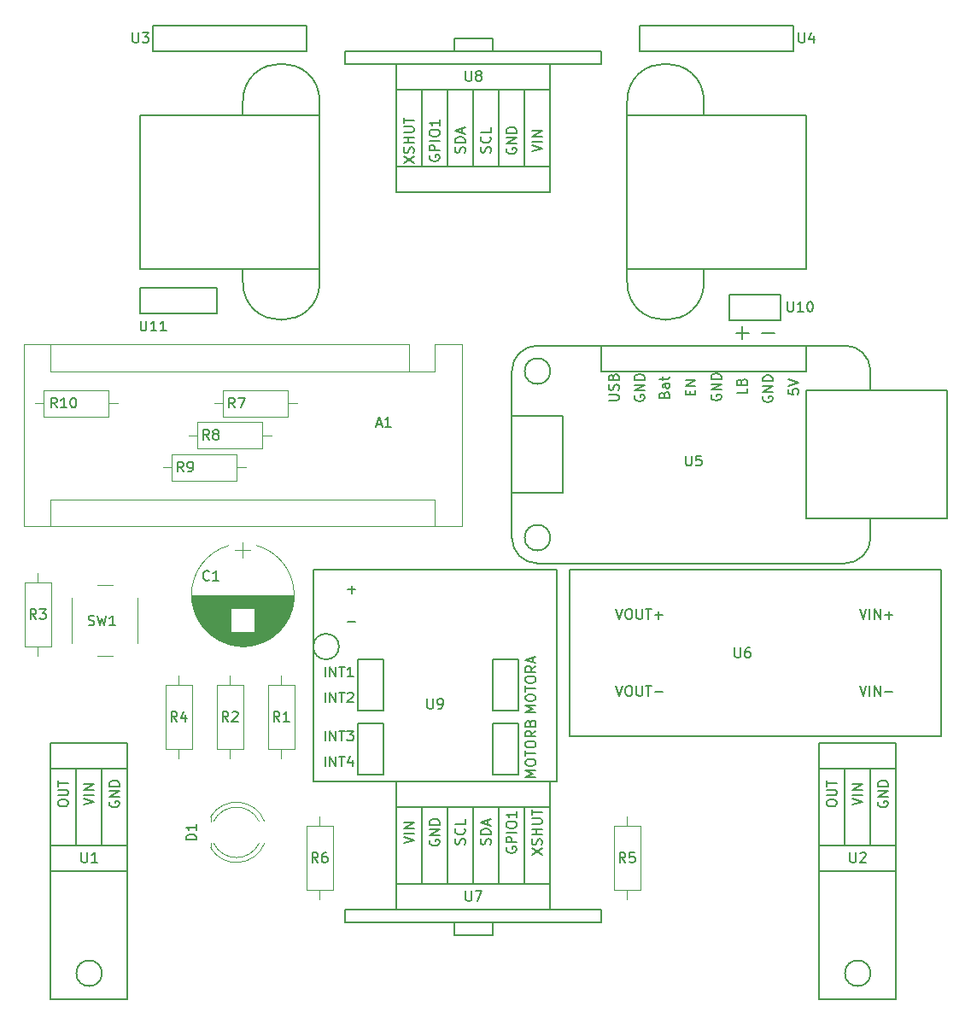
<source format=gto>
G04 #@! TF.GenerationSoftware,KiCad,Pcbnew,(5.0.2)-1*
G04 #@! TF.CreationDate,2019-01-31T01:26:36+01:00*
G04 #@! TF.ProjectId,bigmax,6269676d-6178-42e6-9b69-6361645f7063,v1*
G04 #@! TF.SameCoordinates,Original*
G04 #@! TF.FileFunction,Legend,Top*
G04 #@! TF.FilePolarity,Positive*
%FSLAX46Y46*%
G04 Gerber Fmt 4.6, Leading zero omitted, Abs format (unit mm)*
G04 Created by KiCad (PCBNEW (5.0.2)-1) date 31/01/2019 01:26:36*
%MOMM*%
%LPD*%
G01*
G04 APERTURE LIST*
%ADD10C,0.150000*%
%ADD11C,0.120000*%
G04 APERTURE END LIST*
D10*
X178435000Y-83820000D02*
X179705000Y-83820000D01*
X175895000Y-83820000D02*
X177165000Y-83820000D01*
X176530000Y-83185000D02*
X176530000Y-84455000D01*
X182880000Y-77470000D02*
X165100000Y-77470000D01*
X165100000Y-77470000D02*
X165100000Y-62230000D01*
X172720000Y-60960000D02*
X172720000Y-62230000D01*
X165100000Y-60960000D02*
G75*
G02X172720000Y-60960000I3810000J0D01*
G01*
X182880000Y-62230000D02*
X182880000Y-77470000D01*
X165100000Y-60960000D02*
X165100000Y-62230000D01*
X172720000Y-78740000D02*
G75*
G02X165100000Y-78740000I-3810000J0D01*
G01*
X165100000Y-77470000D02*
X165100000Y-78740000D01*
X172720000Y-77470000D02*
X172720000Y-78740000D01*
X165100000Y-62230000D02*
X182880000Y-62230000D01*
X134620000Y-78740000D02*
X134620000Y-77470000D01*
X134620000Y-62230000D02*
X134620000Y-60960000D01*
X127000000Y-62230000D02*
X127000000Y-60960000D01*
X127000000Y-78740000D02*
X127000000Y-77470000D01*
X134620000Y-78740000D02*
G75*
G02X127000000Y-78740000I-3810000J0D01*
G01*
X127000000Y-60960000D02*
G75*
G02X134620000Y-60960000I3810000J0D01*
G01*
X116840000Y-77470000D02*
X116840000Y-62230000D01*
X134620000Y-77470000D02*
X116840000Y-77470000D01*
X134620000Y-62230000D02*
X134620000Y-77470000D01*
X116840000Y-62230000D02*
X134620000Y-62230000D01*
G04 #@! TO.C,U6*
X196215000Y-123825000D02*
X196215000Y-107315000D01*
X196215000Y-123825000D02*
X159385000Y-123825000D01*
X159385000Y-123825000D02*
X159385000Y-107315000D01*
X159385000Y-107315000D02*
X196215000Y-107315000D01*
G04 #@! TO.C,U10*
X175260000Y-80010000D02*
X180340000Y-80010000D01*
X180340000Y-80010000D02*
X180340000Y-82550000D01*
X180340000Y-82550000D02*
X175260000Y-82550000D01*
X175260000Y-82550000D02*
X175260000Y-80010000D01*
G04 #@! TO.C,U9*
X133985000Y-107315000D02*
X158115000Y-107315000D01*
X133985000Y-107315000D02*
X133985000Y-128270000D01*
X133985000Y-128270000D02*
X158115000Y-128270000D01*
X158115000Y-107315000D02*
X158115000Y-128270000D01*
X138430000Y-116205000D02*
X140970000Y-116205000D01*
X140970000Y-116205000D02*
X140970000Y-121285000D01*
X140970000Y-121285000D02*
X138430000Y-121285000D01*
X138430000Y-121285000D02*
X138430000Y-116205000D01*
X138430000Y-122555000D02*
X140970000Y-122555000D01*
X140970000Y-122555000D02*
X140970000Y-127635000D01*
X140970000Y-127635000D02*
X138430000Y-127635000D01*
X138430000Y-127635000D02*
X138430000Y-122555000D01*
X151765000Y-116205000D02*
X154305000Y-116205000D01*
X154305000Y-116205000D02*
X154305000Y-121285000D01*
X154305000Y-121285000D02*
X151765000Y-121285000D01*
X151765000Y-121285000D02*
X151765000Y-116205000D01*
X151765000Y-122555000D02*
X154305000Y-122555000D01*
X154305000Y-122555000D02*
X154305000Y-127635000D01*
X154305000Y-127635000D02*
X151765000Y-127635000D01*
X151765000Y-127635000D02*
X151765000Y-122555000D01*
X136525000Y-114935000D02*
G75*
G03X136525000Y-114935000I-1270000J0D01*
G01*
G04 #@! TO.C,U4*
X166370000Y-55880000D02*
X166370000Y-53340000D01*
X181610000Y-55880000D02*
X166370000Y-55880000D01*
X181610000Y-53340000D02*
X181610000Y-55880000D01*
X166370000Y-53340000D02*
X181610000Y-53340000D01*
G04 #@! TO.C,U8*
X142240000Y-69850000D02*
X142240000Y-67310000D01*
X157480000Y-69850000D02*
X142240000Y-69850000D01*
X157480000Y-67310000D02*
X157480000Y-69850000D01*
X147955000Y-54610000D02*
X147955000Y-55880000D01*
X151765000Y-54610000D02*
X147955000Y-54610000D01*
X151765000Y-55880000D02*
X151765000Y-54610000D01*
X137160000Y-57150000D02*
X142240000Y-57150000D01*
X137160000Y-55880000D02*
X137160000Y-57150000D01*
X162560000Y-55880000D02*
X137160000Y-55880000D01*
X162560000Y-57150000D02*
X162560000Y-55880000D01*
X157480000Y-57150000D02*
X162560000Y-57150000D01*
X142240000Y-57150000D02*
X142240000Y-59690000D01*
X157480000Y-57150000D02*
X142240000Y-57150000D01*
X157480000Y-59690000D02*
X157480000Y-57150000D01*
X152400000Y-67310000D02*
X152400000Y-59690000D01*
X149860000Y-67310000D02*
X149860000Y-59690000D01*
X147320000Y-67310000D02*
X147320000Y-59690000D01*
X144780000Y-67310000D02*
X144780000Y-59690000D01*
X142240000Y-59690000D02*
X142240000Y-67310000D01*
X157480000Y-59690000D02*
X142240000Y-59690000D01*
X157480000Y-67310000D02*
X157480000Y-59690000D01*
X154940000Y-67310000D02*
X154940000Y-59690000D01*
X157480000Y-67310000D02*
X142240000Y-67310000D01*
D11*
G04 #@! TO.C,D1*
X123805000Y-134430000D02*
X123805000Y-134895000D01*
X123805000Y-131805000D02*
X123805000Y-132270000D01*
X128619479Y-134430429D02*
G75*
G02X124110316Y-134430000I-2254479J1080429D01*
G01*
X128619479Y-132269571D02*
G75*
G03X124110316Y-132270000I-2254479J-1080429D01*
G01*
X129152815Y-134430827D02*
G75*
G02X123805000Y-134894830I-2787815J1080827D01*
G01*
X129152815Y-132269173D02*
G75*
G03X123805000Y-131805170I-2787815J-1080827D01*
G01*
G04 #@! TO.C,R1*
X132120000Y-118710000D02*
X129500000Y-118710000D01*
X129500000Y-118710000D02*
X129500000Y-125130000D01*
X129500000Y-125130000D02*
X132120000Y-125130000D01*
X132120000Y-125130000D02*
X132120000Y-118710000D01*
X130810000Y-117820000D02*
X130810000Y-118710000D01*
X130810000Y-126020000D02*
X130810000Y-125130000D01*
G04 #@! TO.C,R2*
X125730000Y-126020000D02*
X125730000Y-125130000D01*
X125730000Y-117820000D02*
X125730000Y-118710000D01*
X127040000Y-125130000D02*
X127040000Y-118710000D01*
X124420000Y-125130000D02*
X127040000Y-125130000D01*
X124420000Y-118710000D02*
X124420000Y-125130000D01*
X127040000Y-118710000D02*
X124420000Y-118710000D01*
G04 #@! TO.C,R3*
X105370000Y-114970000D02*
X107990000Y-114970000D01*
X107990000Y-114970000D02*
X107990000Y-108550000D01*
X107990000Y-108550000D02*
X105370000Y-108550000D01*
X105370000Y-108550000D02*
X105370000Y-114970000D01*
X106680000Y-115860000D02*
X106680000Y-114970000D01*
X106680000Y-107660000D02*
X106680000Y-108550000D01*
G04 #@! TO.C,R4*
X120650000Y-126020000D02*
X120650000Y-125130000D01*
X120650000Y-117820000D02*
X120650000Y-118710000D01*
X121960000Y-125130000D02*
X121960000Y-118710000D01*
X119340000Y-125130000D02*
X121960000Y-125130000D01*
X119340000Y-118710000D02*
X119340000Y-125130000D01*
X121960000Y-118710000D02*
X119340000Y-118710000D01*
G04 #@! TO.C,SW1*
X112570000Y-115820000D02*
X114070000Y-115820000D01*
X116570000Y-114570000D02*
X116570000Y-110070000D01*
X114070000Y-108820000D02*
X112570000Y-108820000D01*
X110070000Y-110070000D02*
X110070000Y-114570000D01*
D10*
G04 #@! TO.C,U1*
X115570000Y-137160000D02*
X115570000Y-149860000D01*
X107950000Y-149860000D02*
X107950000Y-137160000D01*
X115570000Y-134620000D02*
X115570000Y-127000000D01*
X115570000Y-127000000D02*
X107950000Y-127000000D01*
X107950000Y-127000000D02*
X107950000Y-134620000D01*
X113030000Y-134620000D02*
X113030000Y-127000000D01*
X110490000Y-134620000D02*
X110490000Y-127000000D01*
X107950000Y-134620000D02*
X115570000Y-134620000D01*
X115570000Y-134620000D02*
X115570000Y-137160000D01*
X107950000Y-137160000D02*
X107950000Y-134620000D01*
X115570000Y-149860000D02*
X107950000Y-149860000D01*
X107950000Y-137160000D02*
X115570000Y-137160000D01*
X113030000Y-147320000D02*
G75*
G03X113030000Y-147320000I-1270000J0D01*
G01*
X115570000Y-127000000D02*
X115570000Y-124460000D01*
X115570000Y-124460000D02*
X107950000Y-124460000D01*
X107950000Y-124460000D02*
X107950000Y-127000000D01*
G04 #@! TO.C,U2*
X184150000Y-124460000D02*
X184150000Y-127000000D01*
X191770000Y-124460000D02*
X184150000Y-124460000D01*
X191770000Y-127000000D02*
X191770000Y-124460000D01*
X189230000Y-147320000D02*
G75*
G03X189230000Y-147320000I-1270000J0D01*
G01*
X184150000Y-137160000D02*
X191770000Y-137160000D01*
X191770000Y-149860000D02*
X184150000Y-149860000D01*
X184150000Y-137160000D02*
X184150000Y-134620000D01*
X191770000Y-134620000D02*
X191770000Y-137160000D01*
X184150000Y-134620000D02*
X191770000Y-134620000D01*
X186690000Y-134620000D02*
X186690000Y-127000000D01*
X189230000Y-134620000D02*
X189230000Y-127000000D01*
X184150000Y-127000000D02*
X184150000Y-134620000D01*
X191770000Y-127000000D02*
X184150000Y-127000000D01*
X191770000Y-134620000D02*
X191770000Y-127000000D01*
X184150000Y-149860000D02*
X184150000Y-137160000D01*
X191770000Y-137160000D02*
X191770000Y-149860000D01*
G04 #@! TO.C,U3*
X118110000Y-53340000D02*
X133350000Y-53340000D01*
X133350000Y-53340000D02*
X133350000Y-55880000D01*
X133350000Y-55880000D02*
X118110000Y-55880000D01*
X118110000Y-55880000D02*
X118110000Y-53340000D01*
G04 #@! TO.C,U5*
X186690000Y-85090000D02*
X156210000Y-85090000D01*
X153670000Y-87630000D02*
X153670000Y-104140000D01*
X189230000Y-87630000D02*
X189230000Y-89535000D01*
X186690000Y-106680000D02*
X156210000Y-106680000D01*
X157480000Y-104140000D02*
G75*
G03X157480000Y-104140000I-1270000J0D01*
G01*
X157480000Y-87630000D02*
G75*
G03X157480000Y-87630000I-1270000J0D01*
G01*
X153670000Y-87630000D02*
G75*
G02X156210000Y-85090000I2540000J0D01*
G01*
X156210000Y-106680000D02*
G75*
G02X153670000Y-104140000I0J2540000D01*
G01*
X186690000Y-85090000D02*
G75*
G02X189230000Y-87630000I0J-2540000D01*
G01*
X189230000Y-104140000D02*
G75*
G02X186690000Y-106680000I-2540000J0D01*
G01*
X196850000Y-89535000D02*
X196850000Y-102235000D01*
X196850000Y-102235000D02*
X182880000Y-102235000D01*
X182880000Y-102235000D02*
X182880000Y-89535000D01*
X182880000Y-89535000D02*
X196850000Y-89535000D01*
X189230000Y-102235000D02*
X189230000Y-104140000D01*
X158750000Y-92075000D02*
X158750000Y-99695000D01*
X158750000Y-99695000D02*
X153670000Y-99695000D01*
X158750000Y-92075000D02*
X153670000Y-92075000D01*
X162560000Y-85090000D02*
X162560000Y-87630000D01*
X162560000Y-87630000D02*
X182880000Y-87630000D01*
X182880000Y-87630000D02*
X182880000Y-85090000D01*
G04 #@! TO.C,U7*
X142240000Y-130810000D02*
X157480000Y-130810000D01*
X144780000Y-130810000D02*
X144780000Y-138430000D01*
X142240000Y-130810000D02*
X142240000Y-138430000D01*
X142240000Y-138430000D02*
X157480000Y-138430000D01*
X157480000Y-138430000D02*
X157480000Y-130810000D01*
X154940000Y-130810000D02*
X154940000Y-138430000D01*
X152400000Y-130810000D02*
X152400000Y-138430000D01*
X149860000Y-130810000D02*
X149860000Y-138430000D01*
X147320000Y-130810000D02*
X147320000Y-138430000D01*
X142240000Y-138430000D02*
X142240000Y-140970000D01*
X142240000Y-140970000D02*
X157480000Y-140970000D01*
X157480000Y-140970000D02*
X157480000Y-138430000D01*
X142240000Y-140970000D02*
X137160000Y-140970000D01*
X137160000Y-140970000D02*
X137160000Y-142240000D01*
X137160000Y-142240000D02*
X162560000Y-142240000D01*
X162560000Y-142240000D02*
X162560000Y-140970000D01*
X162560000Y-140970000D02*
X157480000Y-140970000D01*
X147955000Y-142240000D02*
X147955000Y-143510000D01*
X147955000Y-143510000D02*
X151765000Y-143510000D01*
X151765000Y-143510000D02*
X151765000Y-142240000D01*
X142240000Y-130810000D02*
X142240000Y-128270000D01*
X142240000Y-128270000D02*
X157480000Y-128270000D01*
X157480000Y-128270000D02*
X157480000Y-130810000D01*
D11*
G04 #@! TO.C,R5*
X166410000Y-132680000D02*
X163790000Y-132680000D01*
X163790000Y-132680000D02*
X163790000Y-139100000D01*
X163790000Y-139100000D02*
X166410000Y-139100000D01*
X166410000Y-139100000D02*
X166410000Y-132680000D01*
X165100000Y-131790000D02*
X165100000Y-132680000D01*
X165100000Y-139990000D02*
X165100000Y-139100000D01*
G04 #@! TO.C,R6*
X134620000Y-139990000D02*
X134620000Y-139100000D01*
X134620000Y-131790000D02*
X134620000Y-132680000D01*
X135930000Y-139100000D02*
X135930000Y-132680000D01*
X133310000Y-139100000D02*
X135930000Y-139100000D01*
X133310000Y-132680000D02*
X133310000Y-139100000D01*
X135930000Y-132680000D02*
X133310000Y-132680000D01*
G04 #@! TO.C,A1*
X148720000Y-103000000D02*
X148720000Y-84960000D01*
X105280000Y-103000000D02*
X148720000Y-103000000D01*
X105280000Y-84960000D02*
X105280000Y-103000000D01*
X107950000Y-87630000D02*
X107950000Y-84960000D01*
X143510000Y-87630000D02*
X107950000Y-87630000D01*
X143510000Y-87630000D02*
X143510000Y-84960000D01*
X107950000Y-100330000D02*
X107950000Y-103000000D01*
X146050000Y-100330000D02*
X107950000Y-100330000D01*
X146050000Y-100330000D02*
X146050000Y-103000000D01*
X148720000Y-84960000D02*
X146050000Y-84960000D01*
X143510000Y-84960000D02*
X105280000Y-84960000D01*
X146050000Y-87630000D02*
X146050000Y-84960000D01*
X143510000Y-87630000D02*
X146050000Y-87630000D01*
G04 #@! TO.C,C1*
X128383264Y-114713437D02*
G75*
G03X128380000Y-104915643I-1383264J4898437D01*
G01*
X125616736Y-114713437D02*
G75*
G02X125620000Y-104915643I1383264J4898437D01*
G01*
X125616736Y-114713437D02*
G75*
G03X128380000Y-114714357I1383264J4898437D01*
G01*
X132050000Y-109815000D02*
X121950000Y-109815000D01*
X132050000Y-109855000D02*
X121950000Y-109855000D01*
X132050000Y-109895000D02*
X121950000Y-109895000D01*
X132049000Y-109935000D02*
X121951000Y-109935000D01*
X132048000Y-109975000D02*
X121952000Y-109975000D01*
X132047000Y-110015000D02*
X121953000Y-110015000D01*
X132045000Y-110055000D02*
X121955000Y-110055000D01*
X132043000Y-110095000D02*
X121957000Y-110095000D01*
X132040000Y-110135000D02*
X121960000Y-110135000D01*
X132038000Y-110175000D02*
X121962000Y-110175000D01*
X132035000Y-110215000D02*
X121965000Y-110215000D01*
X132031000Y-110255000D02*
X121969000Y-110255000D01*
X132028000Y-110295000D02*
X121972000Y-110295000D01*
X132024000Y-110335000D02*
X121976000Y-110335000D01*
X132020000Y-110375000D02*
X121980000Y-110375000D01*
X132015000Y-110415000D02*
X121985000Y-110415000D01*
X132010000Y-110455000D02*
X121990000Y-110455000D01*
X132005000Y-110495000D02*
X121995000Y-110495000D01*
X131999000Y-110536000D02*
X122001000Y-110536000D01*
X131993000Y-110576000D02*
X122007000Y-110576000D01*
X131987000Y-110616000D02*
X122013000Y-110616000D01*
X131981000Y-110656000D02*
X122019000Y-110656000D01*
X131974000Y-110696000D02*
X122026000Y-110696000D01*
X131967000Y-110736000D02*
X122033000Y-110736000D01*
X131959000Y-110776000D02*
X122041000Y-110776000D01*
X131951000Y-110816000D02*
X122049000Y-110816000D01*
X131943000Y-110856000D02*
X122057000Y-110856000D01*
X131935000Y-110896000D02*
X122065000Y-110896000D01*
X131926000Y-110936000D02*
X122074000Y-110936000D01*
X131917000Y-110976000D02*
X122083000Y-110976000D01*
X131907000Y-111016000D02*
X122093000Y-111016000D01*
X131897000Y-111056000D02*
X122103000Y-111056000D01*
X131887000Y-111096000D02*
X122113000Y-111096000D01*
X131876000Y-111136000D02*
X128181000Y-111136000D01*
X125819000Y-111136000D02*
X122124000Y-111136000D01*
X131865000Y-111176000D02*
X128181000Y-111176000D01*
X125819000Y-111176000D02*
X122135000Y-111176000D01*
X131854000Y-111216000D02*
X128181000Y-111216000D01*
X125819000Y-111216000D02*
X122146000Y-111216000D01*
X131843000Y-111256000D02*
X128181000Y-111256000D01*
X125819000Y-111256000D02*
X122157000Y-111256000D01*
X131831000Y-111296000D02*
X128181000Y-111296000D01*
X125819000Y-111296000D02*
X122169000Y-111296000D01*
X131818000Y-111336000D02*
X128181000Y-111336000D01*
X125819000Y-111336000D02*
X122182000Y-111336000D01*
X131806000Y-111376000D02*
X128181000Y-111376000D01*
X125819000Y-111376000D02*
X122194000Y-111376000D01*
X131792000Y-111416000D02*
X128181000Y-111416000D01*
X125819000Y-111416000D02*
X122208000Y-111416000D01*
X131779000Y-111456000D02*
X128181000Y-111456000D01*
X125819000Y-111456000D02*
X122221000Y-111456000D01*
X131765000Y-111496000D02*
X128181000Y-111496000D01*
X125819000Y-111496000D02*
X122235000Y-111496000D01*
X131751000Y-111536000D02*
X128181000Y-111536000D01*
X125819000Y-111536000D02*
X122249000Y-111536000D01*
X131737000Y-111576000D02*
X128181000Y-111576000D01*
X125819000Y-111576000D02*
X122263000Y-111576000D01*
X131722000Y-111616000D02*
X128181000Y-111616000D01*
X125819000Y-111616000D02*
X122278000Y-111616000D01*
X131706000Y-111656000D02*
X128181000Y-111656000D01*
X125819000Y-111656000D02*
X122294000Y-111656000D01*
X131691000Y-111696000D02*
X128181000Y-111696000D01*
X125819000Y-111696000D02*
X122309000Y-111696000D01*
X131674000Y-111736000D02*
X128181000Y-111736000D01*
X125819000Y-111736000D02*
X122326000Y-111736000D01*
X131658000Y-111776000D02*
X128181000Y-111776000D01*
X125819000Y-111776000D02*
X122342000Y-111776000D01*
X131641000Y-111816000D02*
X128181000Y-111816000D01*
X125819000Y-111816000D02*
X122359000Y-111816000D01*
X131624000Y-111856000D02*
X128181000Y-111856000D01*
X125819000Y-111856000D02*
X122376000Y-111856000D01*
X131606000Y-111896000D02*
X128181000Y-111896000D01*
X125819000Y-111896000D02*
X122394000Y-111896000D01*
X131588000Y-111936000D02*
X128181000Y-111936000D01*
X125819000Y-111936000D02*
X122412000Y-111936000D01*
X131569000Y-111976000D02*
X128181000Y-111976000D01*
X125819000Y-111976000D02*
X122431000Y-111976000D01*
X131550000Y-112016000D02*
X128181000Y-112016000D01*
X125819000Y-112016000D02*
X122450000Y-112016000D01*
X131531000Y-112056000D02*
X128181000Y-112056000D01*
X125819000Y-112056000D02*
X122469000Y-112056000D01*
X131511000Y-112096000D02*
X128181000Y-112096000D01*
X125819000Y-112096000D02*
X122489000Y-112096000D01*
X131491000Y-112136000D02*
X128181000Y-112136000D01*
X125819000Y-112136000D02*
X122509000Y-112136000D01*
X131470000Y-112176000D02*
X128181000Y-112176000D01*
X125819000Y-112176000D02*
X122530000Y-112176000D01*
X131449000Y-112216000D02*
X128181000Y-112216000D01*
X125819000Y-112216000D02*
X122551000Y-112216000D01*
X131428000Y-112256000D02*
X128181000Y-112256000D01*
X125819000Y-112256000D02*
X122572000Y-112256000D01*
X131405000Y-112296000D02*
X128181000Y-112296000D01*
X125819000Y-112296000D02*
X122595000Y-112296000D01*
X131383000Y-112336000D02*
X128181000Y-112336000D01*
X125819000Y-112336000D02*
X122617000Y-112336000D01*
X131360000Y-112376000D02*
X128181000Y-112376000D01*
X125819000Y-112376000D02*
X122640000Y-112376000D01*
X131336000Y-112416000D02*
X128181000Y-112416000D01*
X125819000Y-112416000D02*
X122664000Y-112416000D01*
X131312000Y-112456000D02*
X128181000Y-112456000D01*
X125819000Y-112456000D02*
X122688000Y-112456000D01*
X131288000Y-112496000D02*
X128181000Y-112496000D01*
X125819000Y-112496000D02*
X122712000Y-112496000D01*
X131263000Y-112536000D02*
X128181000Y-112536000D01*
X125819000Y-112536000D02*
X122737000Y-112536000D01*
X131237000Y-112576000D02*
X128181000Y-112576000D01*
X125819000Y-112576000D02*
X122763000Y-112576000D01*
X131211000Y-112616000D02*
X128181000Y-112616000D01*
X125819000Y-112616000D02*
X122789000Y-112616000D01*
X131185000Y-112656000D02*
X128181000Y-112656000D01*
X125819000Y-112656000D02*
X122815000Y-112656000D01*
X131157000Y-112696000D02*
X128181000Y-112696000D01*
X125819000Y-112696000D02*
X122843000Y-112696000D01*
X131130000Y-112736000D02*
X128181000Y-112736000D01*
X125819000Y-112736000D02*
X122870000Y-112736000D01*
X131101000Y-112776000D02*
X128181000Y-112776000D01*
X125819000Y-112776000D02*
X122899000Y-112776000D01*
X131072000Y-112816000D02*
X128181000Y-112816000D01*
X125819000Y-112816000D02*
X122928000Y-112816000D01*
X131043000Y-112856000D02*
X128181000Y-112856000D01*
X125819000Y-112856000D02*
X122957000Y-112856000D01*
X131013000Y-112896000D02*
X128181000Y-112896000D01*
X125819000Y-112896000D02*
X122987000Y-112896000D01*
X130982000Y-112936000D02*
X128181000Y-112936000D01*
X125819000Y-112936000D02*
X123018000Y-112936000D01*
X130951000Y-112976000D02*
X128181000Y-112976000D01*
X125819000Y-112976000D02*
X123049000Y-112976000D01*
X130919000Y-113016000D02*
X128181000Y-113016000D01*
X125819000Y-113016000D02*
X123081000Y-113016000D01*
X130886000Y-113056000D02*
X128181000Y-113056000D01*
X125819000Y-113056000D02*
X123114000Y-113056000D01*
X130853000Y-113096000D02*
X128181000Y-113096000D01*
X125819000Y-113096000D02*
X123147000Y-113096000D01*
X130819000Y-113136000D02*
X128181000Y-113136000D01*
X125819000Y-113136000D02*
X123181000Y-113136000D01*
X130784000Y-113176000D02*
X128181000Y-113176000D01*
X125819000Y-113176000D02*
X123216000Y-113176000D01*
X130748000Y-113216000D02*
X128181000Y-113216000D01*
X125819000Y-113216000D02*
X123252000Y-113216000D01*
X130712000Y-113256000D02*
X128181000Y-113256000D01*
X125819000Y-113256000D02*
X123288000Y-113256000D01*
X130675000Y-113296000D02*
X128181000Y-113296000D01*
X125819000Y-113296000D02*
X123325000Y-113296000D01*
X130637000Y-113336000D02*
X128181000Y-113336000D01*
X125819000Y-113336000D02*
X123363000Y-113336000D01*
X130598000Y-113376000D02*
X128181000Y-113376000D01*
X125819000Y-113376000D02*
X123402000Y-113376000D01*
X130559000Y-113416000D02*
X128181000Y-113416000D01*
X125819000Y-113416000D02*
X123441000Y-113416000D01*
X130518000Y-113456000D02*
X128181000Y-113456000D01*
X125819000Y-113456000D02*
X123482000Y-113456000D01*
X130477000Y-113496000D02*
X123523000Y-113496000D01*
X130435000Y-113536000D02*
X123565000Y-113536000D01*
X130391000Y-113576000D02*
X123609000Y-113576000D01*
X130347000Y-113616000D02*
X123653000Y-113616000D01*
X130302000Y-113656000D02*
X123698000Y-113656000D01*
X130255000Y-113696000D02*
X123745000Y-113696000D01*
X130207000Y-113736000D02*
X123793000Y-113736000D01*
X130158000Y-113776000D02*
X123842000Y-113776000D01*
X130108000Y-113816000D02*
X123892000Y-113816000D01*
X130057000Y-113856000D02*
X123943000Y-113856000D01*
X130004000Y-113896000D02*
X123996000Y-113896000D01*
X129949000Y-113936000D02*
X124051000Y-113936000D01*
X129894000Y-113976000D02*
X124106000Y-113976000D01*
X129836000Y-114016000D02*
X124164000Y-114016000D01*
X129777000Y-114056000D02*
X124223000Y-114056000D01*
X129715000Y-114096000D02*
X124285000Y-114096000D01*
X129652000Y-114136000D02*
X124348000Y-114136000D01*
X129587000Y-114176000D02*
X124413000Y-114176000D01*
X129519000Y-114216000D02*
X124481000Y-114216000D01*
X129449000Y-114256000D02*
X124551000Y-114256000D01*
X129377000Y-114296000D02*
X124623000Y-114296000D01*
X129301000Y-114336000D02*
X124699000Y-114336000D01*
X129222000Y-114376000D02*
X124778000Y-114376000D01*
X129140000Y-114416000D02*
X124860000Y-114416000D01*
X129053000Y-114456000D02*
X124947000Y-114456000D01*
X128962000Y-114496000D02*
X125038000Y-114496000D01*
X128866000Y-114536000D02*
X125134000Y-114536000D01*
X128763000Y-114576000D02*
X125237000Y-114576000D01*
X128654000Y-114616000D02*
X125346000Y-114616000D01*
X128536000Y-114656000D02*
X125464000Y-114656000D01*
X128407000Y-114696000D02*
X125593000Y-114696000D01*
X128265000Y-114736000D02*
X125735000Y-114736000D01*
X128104000Y-114776000D02*
X125896000Y-114776000D01*
X127913000Y-114816000D02*
X126087000Y-114816000D01*
X127672000Y-114856000D02*
X126328000Y-114856000D01*
X127279000Y-114896000D02*
X126721000Y-114896000D01*
X127000000Y-104615000D02*
X127000000Y-106115000D01*
X127750000Y-105365000D02*
X126250000Y-105365000D01*
G04 #@! TO.C,R7*
X132370000Y-90805000D02*
X131480000Y-90805000D01*
X124170000Y-90805000D02*
X125060000Y-90805000D01*
X131480000Y-89495000D02*
X125060000Y-89495000D01*
X131480000Y-92115000D02*
X131480000Y-89495000D01*
X125060000Y-92115000D02*
X131480000Y-92115000D01*
X125060000Y-89495000D02*
X125060000Y-92115000D01*
G04 #@! TO.C,R8*
X122520000Y-92670000D02*
X122520000Y-95290000D01*
X122520000Y-95290000D02*
X128940000Y-95290000D01*
X128940000Y-95290000D02*
X128940000Y-92670000D01*
X128940000Y-92670000D02*
X122520000Y-92670000D01*
X121630000Y-93980000D02*
X122520000Y-93980000D01*
X129830000Y-93980000D02*
X128940000Y-93980000D01*
G04 #@! TO.C,R9*
X127290000Y-97155000D02*
X126400000Y-97155000D01*
X119090000Y-97155000D02*
X119980000Y-97155000D01*
X126400000Y-95845000D02*
X119980000Y-95845000D01*
X126400000Y-98465000D02*
X126400000Y-95845000D01*
X119980000Y-98465000D02*
X126400000Y-98465000D01*
X119980000Y-95845000D02*
X119980000Y-98465000D01*
G04 #@! TO.C,R10*
X106390000Y-90805000D02*
X107280000Y-90805000D01*
X114590000Y-90805000D02*
X113700000Y-90805000D01*
X107280000Y-92115000D02*
X113700000Y-92115000D01*
X107280000Y-89495000D02*
X107280000Y-92115000D01*
X113700000Y-89495000D02*
X107280000Y-89495000D01*
X113700000Y-92115000D02*
X113700000Y-89495000D01*
D10*
G04 #@! TO.C,U11*
X116840000Y-79375000D02*
X116840000Y-81915000D01*
X116840000Y-81915000D02*
X124460000Y-81915000D01*
X124460000Y-81915000D02*
X124460000Y-79375000D01*
X124460000Y-79375000D02*
X116840000Y-79375000D01*
G04 #@! TO.C,U6*
X175768095Y-115022380D02*
X175768095Y-115831904D01*
X175815714Y-115927142D01*
X175863333Y-115974761D01*
X175958571Y-116022380D01*
X176149047Y-116022380D01*
X176244285Y-115974761D01*
X176291904Y-115927142D01*
X176339523Y-115831904D01*
X176339523Y-115022380D01*
X177244285Y-115022380D02*
X177053809Y-115022380D01*
X176958571Y-115070000D01*
X176910952Y-115117619D01*
X176815714Y-115260476D01*
X176768095Y-115450952D01*
X176768095Y-115831904D01*
X176815714Y-115927142D01*
X176863333Y-115974761D01*
X176958571Y-116022380D01*
X177149047Y-116022380D01*
X177244285Y-115974761D01*
X177291904Y-115927142D01*
X177339523Y-115831904D01*
X177339523Y-115593809D01*
X177291904Y-115498571D01*
X177244285Y-115450952D01*
X177149047Y-115403333D01*
X176958571Y-115403333D01*
X176863333Y-115450952D01*
X176815714Y-115498571D01*
X176768095Y-115593809D01*
X188150714Y-111212380D02*
X188484047Y-112212380D01*
X188817380Y-111212380D01*
X189150714Y-112212380D02*
X189150714Y-111212380D01*
X189626904Y-112212380D02*
X189626904Y-111212380D01*
X190198333Y-112212380D01*
X190198333Y-111212380D01*
X190674523Y-111831428D02*
X191436428Y-111831428D01*
X191055476Y-112212380D02*
X191055476Y-111450476D01*
X188150714Y-118832380D02*
X188484047Y-119832380D01*
X188817380Y-118832380D01*
X189150714Y-119832380D02*
X189150714Y-118832380D01*
X189626904Y-119832380D02*
X189626904Y-118832380D01*
X190198333Y-119832380D01*
X190198333Y-118832380D01*
X190674523Y-119451428D02*
X191436428Y-119451428D01*
X163989047Y-111212380D02*
X164322380Y-112212380D01*
X164655714Y-111212380D01*
X165179523Y-111212380D02*
X165370000Y-111212380D01*
X165465238Y-111260000D01*
X165560476Y-111355238D01*
X165608095Y-111545714D01*
X165608095Y-111879047D01*
X165560476Y-112069523D01*
X165465238Y-112164761D01*
X165370000Y-112212380D01*
X165179523Y-112212380D01*
X165084285Y-112164761D01*
X164989047Y-112069523D01*
X164941428Y-111879047D01*
X164941428Y-111545714D01*
X164989047Y-111355238D01*
X165084285Y-111260000D01*
X165179523Y-111212380D01*
X166036666Y-111212380D02*
X166036666Y-112021904D01*
X166084285Y-112117142D01*
X166131904Y-112164761D01*
X166227142Y-112212380D01*
X166417619Y-112212380D01*
X166512857Y-112164761D01*
X166560476Y-112117142D01*
X166608095Y-112021904D01*
X166608095Y-111212380D01*
X166941428Y-111212380D02*
X167512857Y-111212380D01*
X167227142Y-112212380D02*
X167227142Y-111212380D01*
X167846190Y-111831428D02*
X168608095Y-111831428D01*
X168227142Y-112212380D02*
X168227142Y-111450476D01*
X163989047Y-118832380D02*
X164322380Y-119832380D01*
X164655714Y-118832380D01*
X165179523Y-118832380D02*
X165370000Y-118832380D01*
X165465238Y-118880000D01*
X165560476Y-118975238D01*
X165608095Y-119165714D01*
X165608095Y-119499047D01*
X165560476Y-119689523D01*
X165465238Y-119784761D01*
X165370000Y-119832380D01*
X165179523Y-119832380D01*
X165084285Y-119784761D01*
X164989047Y-119689523D01*
X164941428Y-119499047D01*
X164941428Y-119165714D01*
X164989047Y-118975238D01*
X165084285Y-118880000D01*
X165179523Y-118832380D01*
X166036666Y-118832380D02*
X166036666Y-119641904D01*
X166084285Y-119737142D01*
X166131904Y-119784761D01*
X166227142Y-119832380D01*
X166417619Y-119832380D01*
X166512857Y-119784761D01*
X166560476Y-119737142D01*
X166608095Y-119641904D01*
X166608095Y-118832380D01*
X166941428Y-118832380D02*
X167512857Y-118832380D01*
X167227142Y-119832380D02*
X167227142Y-118832380D01*
X167846190Y-119451428D02*
X168608095Y-119451428D01*
G04 #@! TO.C,U10*
X181006904Y-80732380D02*
X181006904Y-81541904D01*
X181054523Y-81637142D01*
X181102142Y-81684761D01*
X181197380Y-81732380D01*
X181387857Y-81732380D01*
X181483095Y-81684761D01*
X181530714Y-81637142D01*
X181578333Y-81541904D01*
X181578333Y-80732380D01*
X182578333Y-81732380D02*
X182006904Y-81732380D01*
X182292619Y-81732380D02*
X182292619Y-80732380D01*
X182197380Y-80875238D01*
X182102142Y-80970476D01*
X182006904Y-81018095D01*
X183197380Y-80732380D02*
X183292619Y-80732380D01*
X183387857Y-80780000D01*
X183435476Y-80827619D01*
X183483095Y-80922857D01*
X183530714Y-81113333D01*
X183530714Y-81351428D01*
X183483095Y-81541904D01*
X183435476Y-81637142D01*
X183387857Y-81684761D01*
X183292619Y-81732380D01*
X183197380Y-81732380D01*
X183102142Y-81684761D01*
X183054523Y-81637142D01*
X183006904Y-81541904D01*
X182959285Y-81351428D01*
X182959285Y-81113333D01*
X183006904Y-80922857D01*
X183054523Y-80827619D01*
X183102142Y-80780000D01*
X183197380Y-80732380D01*
G04 #@! TO.C,U9*
X145288095Y-120102380D02*
X145288095Y-120911904D01*
X145335714Y-121007142D01*
X145383333Y-121054761D01*
X145478571Y-121102380D01*
X145669047Y-121102380D01*
X145764285Y-121054761D01*
X145811904Y-121007142D01*
X145859523Y-120911904D01*
X145859523Y-120102380D01*
X146383333Y-121102380D02*
X146573809Y-121102380D01*
X146669047Y-121054761D01*
X146716666Y-121007142D01*
X146811904Y-120864285D01*
X146859523Y-120673809D01*
X146859523Y-120292857D01*
X146811904Y-120197619D01*
X146764285Y-120150000D01*
X146669047Y-120102380D01*
X146478571Y-120102380D01*
X146383333Y-120150000D01*
X146335714Y-120197619D01*
X146288095Y-120292857D01*
X146288095Y-120530952D01*
X146335714Y-120626190D01*
X146383333Y-120673809D01*
X146478571Y-120721428D01*
X146669047Y-120721428D01*
X146764285Y-120673809D01*
X146811904Y-120626190D01*
X146859523Y-120530952D01*
X156027380Y-127856904D02*
X155027380Y-127856904D01*
X155741666Y-127523571D01*
X155027380Y-127190238D01*
X156027380Y-127190238D01*
X155027380Y-126523571D02*
X155027380Y-126333095D01*
X155075000Y-126237857D01*
X155170238Y-126142619D01*
X155360714Y-126095000D01*
X155694047Y-126095000D01*
X155884523Y-126142619D01*
X155979761Y-126237857D01*
X156027380Y-126333095D01*
X156027380Y-126523571D01*
X155979761Y-126618809D01*
X155884523Y-126714047D01*
X155694047Y-126761666D01*
X155360714Y-126761666D01*
X155170238Y-126714047D01*
X155075000Y-126618809D01*
X155027380Y-126523571D01*
X155027380Y-125809285D02*
X155027380Y-125237857D01*
X156027380Y-125523571D02*
X155027380Y-125523571D01*
X155027380Y-124714047D02*
X155027380Y-124523571D01*
X155075000Y-124428333D01*
X155170238Y-124333095D01*
X155360714Y-124285476D01*
X155694047Y-124285476D01*
X155884523Y-124333095D01*
X155979761Y-124428333D01*
X156027380Y-124523571D01*
X156027380Y-124714047D01*
X155979761Y-124809285D01*
X155884523Y-124904523D01*
X155694047Y-124952142D01*
X155360714Y-124952142D01*
X155170238Y-124904523D01*
X155075000Y-124809285D01*
X155027380Y-124714047D01*
X156027380Y-123285476D02*
X155551190Y-123618809D01*
X156027380Y-123856904D02*
X155027380Y-123856904D01*
X155027380Y-123475952D01*
X155075000Y-123380714D01*
X155122619Y-123333095D01*
X155217857Y-123285476D01*
X155360714Y-123285476D01*
X155455952Y-123333095D01*
X155503571Y-123380714D01*
X155551190Y-123475952D01*
X155551190Y-123856904D01*
X155503571Y-122523571D02*
X155551190Y-122380714D01*
X155598809Y-122333095D01*
X155694047Y-122285476D01*
X155836904Y-122285476D01*
X155932142Y-122333095D01*
X155979761Y-122380714D01*
X156027380Y-122475952D01*
X156027380Y-122856904D01*
X155027380Y-122856904D01*
X155027380Y-122523571D01*
X155075000Y-122428333D01*
X155122619Y-122380714D01*
X155217857Y-122333095D01*
X155313095Y-122333095D01*
X155408333Y-122380714D01*
X155455952Y-122428333D01*
X155503571Y-122523571D01*
X155503571Y-122856904D01*
X156027380Y-121435476D02*
X155027380Y-121435476D01*
X155741666Y-121102142D01*
X155027380Y-120768809D01*
X156027380Y-120768809D01*
X155027380Y-120102142D02*
X155027380Y-119911666D01*
X155075000Y-119816428D01*
X155170238Y-119721190D01*
X155360714Y-119673571D01*
X155694047Y-119673571D01*
X155884523Y-119721190D01*
X155979761Y-119816428D01*
X156027380Y-119911666D01*
X156027380Y-120102142D01*
X155979761Y-120197380D01*
X155884523Y-120292619D01*
X155694047Y-120340238D01*
X155360714Y-120340238D01*
X155170238Y-120292619D01*
X155075000Y-120197380D01*
X155027380Y-120102142D01*
X155027380Y-119387857D02*
X155027380Y-118816428D01*
X156027380Y-119102142D02*
X155027380Y-119102142D01*
X155027380Y-118292619D02*
X155027380Y-118102142D01*
X155075000Y-118006904D01*
X155170238Y-117911666D01*
X155360714Y-117864047D01*
X155694047Y-117864047D01*
X155884523Y-117911666D01*
X155979761Y-118006904D01*
X156027380Y-118102142D01*
X156027380Y-118292619D01*
X155979761Y-118387857D01*
X155884523Y-118483095D01*
X155694047Y-118530714D01*
X155360714Y-118530714D01*
X155170238Y-118483095D01*
X155075000Y-118387857D01*
X155027380Y-118292619D01*
X156027380Y-116864047D02*
X155551190Y-117197380D01*
X156027380Y-117435476D02*
X155027380Y-117435476D01*
X155027380Y-117054523D01*
X155075000Y-116959285D01*
X155122619Y-116911666D01*
X155217857Y-116864047D01*
X155360714Y-116864047D01*
X155455952Y-116911666D01*
X155503571Y-116959285D01*
X155551190Y-117054523D01*
X155551190Y-117435476D01*
X155741666Y-116483095D02*
X155741666Y-116006904D01*
X156027380Y-116578333D02*
X155027380Y-116245000D01*
X156027380Y-115911666D01*
X135144047Y-117927380D02*
X135144047Y-116927380D01*
X135620238Y-117927380D02*
X135620238Y-116927380D01*
X136191666Y-117927380D01*
X136191666Y-116927380D01*
X136525000Y-116927380D02*
X137096428Y-116927380D01*
X136810714Y-117927380D02*
X136810714Y-116927380D01*
X137953571Y-117927380D02*
X137382142Y-117927380D01*
X137667857Y-117927380D02*
X137667857Y-116927380D01*
X137572619Y-117070238D01*
X137477380Y-117165476D01*
X137382142Y-117213095D01*
X135144047Y-120467380D02*
X135144047Y-119467380D01*
X135620238Y-120467380D02*
X135620238Y-119467380D01*
X136191666Y-120467380D01*
X136191666Y-119467380D01*
X136525000Y-119467380D02*
X137096428Y-119467380D01*
X136810714Y-120467380D02*
X136810714Y-119467380D01*
X137382142Y-119562619D02*
X137429761Y-119515000D01*
X137525000Y-119467380D01*
X137763095Y-119467380D01*
X137858333Y-119515000D01*
X137905952Y-119562619D01*
X137953571Y-119657857D01*
X137953571Y-119753095D01*
X137905952Y-119895952D01*
X137334523Y-120467380D01*
X137953571Y-120467380D01*
X135144047Y-124277380D02*
X135144047Y-123277380D01*
X135620238Y-124277380D02*
X135620238Y-123277380D01*
X136191666Y-124277380D01*
X136191666Y-123277380D01*
X136525000Y-123277380D02*
X137096428Y-123277380D01*
X136810714Y-124277380D02*
X136810714Y-123277380D01*
X137334523Y-123277380D02*
X137953571Y-123277380D01*
X137620238Y-123658333D01*
X137763095Y-123658333D01*
X137858333Y-123705952D01*
X137905952Y-123753571D01*
X137953571Y-123848809D01*
X137953571Y-124086904D01*
X137905952Y-124182142D01*
X137858333Y-124229761D01*
X137763095Y-124277380D01*
X137477380Y-124277380D01*
X137382142Y-124229761D01*
X137334523Y-124182142D01*
X135144047Y-126817380D02*
X135144047Y-125817380D01*
X135620238Y-126817380D02*
X135620238Y-125817380D01*
X136191666Y-126817380D01*
X136191666Y-125817380D01*
X136525000Y-125817380D02*
X137096428Y-125817380D01*
X136810714Y-126817380D02*
X136810714Y-125817380D01*
X137858333Y-126150714D02*
X137858333Y-126817380D01*
X137620238Y-125769761D02*
X137382142Y-126484047D01*
X138001190Y-126484047D01*
X137414047Y-109291428D02*
X138175952Y-109291428D01*
X137795000Y-109672380D02*
X137795000Y-108910476D01*
X137414047Y-112466428D02*
X138175952Y-112466428D01*
G04 #@! TO.C,U4*
X182118095Y-54062380D02*
X182118095Y-54871904D01*
X182165714Y-54967142D01*
X182213333Y-55014761D01*
X182308571Y-55062380D01*
X182499047Y-55062380D01*
X182594285Y-55014761D01*
X182641904Y-54967142D01*
X182689523Y-54871904D01*
X182689523Y-54062380D01*
X183594285Y-54395714D02*
X183594285Y-55062380D01*
X183356190Y-54014761D02*
X183118095Y-54729047D01*
X183737142Y-54729047D01*
G04 #@! TO.C,U8*
X149098095Y-57872380D02*
X149098095Y-58681904D01*
X149145714Y-58777142D01*
X149193333Y-58824761D01*
X149288571Y-58872380D01*
X149479047Y-58872380D01*
X149574285Y-58824761D01*
X149621904Y-58777142D01*
X149669523Y-58681904D01*
X149669523Y-57872380D01*
X150288571Y-58300952D02*
X150193333Y-58253333D01*
X150145714Y-58205714D01*
X150098095Y-58110476D01*
X150098095Y-58062857D01*
X150145714Y-57967619D01*
X150193333Y-57920000D01*
X150288571Y-57872380D01*
X150479047Y-57872380D01*
X150574285Y-57920000D01*
X150621904Y-57967619D01*
X150669523Y-58062857D01*
X150669523Y-58110476D01*
X150621904Y-58205714D01*
X150574285Y-58253333D01*
X150479047Y-58300952D01*
X150288571Y-58300952D01*
X150193333Y-58348571D01*
X150145714Y-58396190D01*
X150098095Y-58491428D01*
X150098095Y-58681904D01*
X150145714Y-58777142D01*
X150193333Y-58824761D01*
X150288571Y-58872380D01*
X150479047Y-58872380D01*
X150574285Y-58824761D01*
X150621904Y-58777142D01*
X150669523Y-58681904D01*
X150669523Y-58491428D01*
X150621904Y-58396190D01*
X150574285Y-58348571D01*
X150479047Y-58300952D01*
X142962380Y-67008095D02*
X143962380Y-66341428D01*
X142962380Y-66341428D02*
X143962380Y-67008095D01*
X143914761Y-66008095D02*
X143962380Y-65865238D01*
X143962380Y-65627142D01*
X143914761Y-65531904D01*
X143867142Y-65484285D01*
X143771904Y-65436666D01*
X143676666Y-65436666D01*
X143581428Y-65484285D01*
X143533809Y-65531904D01*
X143486190Y-65627142D01*
X143438571Y-65817619D01*
X143390952Y-65912857D01*
X143343333Y-65960476D01*
X143248095Y-66008095D01*
X143152857Y-66008095D01*
X143057619Y-65960476D01*
X143010000Y-65912857D01*
X142962380Y-65817619D01*
X142962380Y-65579523D01*
X143010000Y-65436666D01*
X143962380Y-65008095D02*
X142962380Y-65008095D01*
X143438571Y-65008095D02*
X143438571Y-64436666D01*
X143962380Y-64436666D02*
X142962380Y-64436666D01*
X142962380Y-63960476D02*
X143771904Y-63960476D01*
X143867142Y-63912857D01*
X143914761Y-63865238D01*
X143962380Y-63770000D01*
X143962380Y-63579523D01*
X143914761Y-63484285D01*
X143867142Y-63436666D01*
X143771904Y-63389047D01*
X142962380Y-63389047D01*
X142962380Y-63055714D02*
X142962380Y-62484285D01*
X143962380Y-62770000D02*
X142962380Y-62770000D01*
X145550000Y-66246190D02*
X145502380Y-66341428D01*
X145502380Y-66484285D01*
X145550000Y-66627142D01*
X145645238Y-66722380D01*
X145740476Y-66770000D01*
X145930952Y-66817619D01*
X146073809Y-66817619D01*
X146264285Y-66770000D01*
X146359523Y-66722380D01*
X146454761Y-66627142D01*
X146502380Y-66484285D01*
X146502380Y-66389047D01*
X146454761Y-66246190D01*
X146407142Y-66198571D01*
X146073809Y-66198571D01*
X146073809Y-66389047D01*
X146502380Y-65770000D02*
X145502380Y-65770000D01*
X145502380Y-65389047D01*
X145550000Y-65293809D01*
X145597619Y-65246190D01*
X145692857Y-65198571D01*
X145835714Y-65198571D01*
X145930952Y-65246190D01*
X145978571Y-65293809D01*
X146026190Y-65389047D01*
X146026190Y-65770000D01*
X146502380Y-64770000D02*
X145502380Y-64770000D01*
X145502380Y-64103333D02*
X145502380Y-63912857D01*
X145550000Y-63817619D01*
X145645238Y-63722380D01*
X145835714Y-63674761D01*
X146169047Y-63674761D01*
X146359523Y-63722380D01*
X146454761Y-63817619D01*
X146502380Y-63912857D01*
X146502380Y-64103333D01*
X146454761Y-64198571D01*
X146359523Y-64293809D01*
X146169047Y-64341428D01*
X145835714Y-64341428D01*
X145645238Y-64293809D01*
X145550000Y-64198571D01*
X145502380Y-64103333D01*
X146502380Y-62722380D02*
X146502380Y-63293809D01*
X146502380Y-63008095D02*
X145502380Y-63008095D01*
X145645238Y-63103333D01*
X145740476Y-63198571D01*
X145788095Y-63293809D01*
X148994761Y-65984285D02*
X149042380Y-65841428D01*
X149042380Y-65603333D01*
X148994761Y-65508095D01*
X148947142Y-65460476D01*
X148851904Y-65412857D01*
X148756666Y-65412857D01*
X148661428Y-65460476D01*
X148613809Y-65508095D01*
X148566190Y-65603333D01*
X148518571Y-65793809D01*
X148470952Y-65889047D01*
X148423333Y-65936666D01*
X148328095Y-65984285D01*
X148232857Y-65984285D01*
X148137619Y-65936666D01*
X148090000Y-65889047D01*
X148042380Y-65793809D01*
X148042380Y-65555714D01*
X148090000Y-65412857D01*
X149042380Y-64984285D02*
X148042380Y-64984285D01*
X148042380Y-64746190D01*
X148090000Y-64603333D01*
X148185238Y-64508095D01*
X148280476Y-64460476D01*
X148470952Y-64412857D01*
X148613809Y-64412857D01*
X148804285Y-64460476D01*
X148899523Y-64508095D01*
X148994761Y-64603333D01*
X149042380Y-64746190D01*
X149042380Y-64984285D01*
X148756666Y-64031904D02*
X148756666Y-63555714D01*
X149042380Y-64127142D02*
X148042380Y-63793809D01*
X149042380Y-63460476D01*
X151534761Y-65960476D02*
X151582380Y-65817619D01*
X151582380Y-65579523D01*
X151534761Y-65484285D01*
X151487142Y-65436666D01*
X151391904Y-65389047D01*
X151296666Y-65389047D01*
X151201428Y-65436666D01*
X151153809Y-65484285D01*
X151106190Y-65579523D01*
X151058571Y-65770000D01*
X151010952Y-65865238D01*
X150963333Y-65912857D01*
X150868095Y-65960476D01*
X150772857Y-65960476D01*
X150677619Y-65912857D01*
X150630000Y-65865238D01*
X150582380Y-65770000D01*
X150582380Y-65531904D01*
X150630000Y-65389047D01*
X151487142Y-64389047D02*
X151534761Y-64436666D01*
X151582380Y-64579523D01*
X151582380Y-64674761D01*
X151534761Y-64817619D01*
X151439523Y-64912857D01*
X151344285Y-64960476D01*
X151153809Y-65008095D01*
X151010952Y-65008095D01*
X150820476Y-64960476D01*
X150725238Y-64912857D01*
X150630000Y-64817619D01*
X150582380Y-64674761D01*
X150582380Y-64579523D01*
X150630000Y-64436666D01*
X150677619Y-64389047D01*
X151582380Y-63484285D02*
X151582380Y-63960476D01*
X150582380Y-63960476D01*
X153170000Y-65531904D02*
X153122380Y-65627142D01*
X153122380Y-65770000D01*
X153170000Y-65912857D01*
X153265238Y-66008095D01*
X153360476Y-66055714D01*
X153550952Y-66103333D01*
X153693809Y-66103333D01*
X153884285Y-66055714D01*
X153979523Y-66008095D01*
X154074761Y-65912857D01*
X154122380Y-65770000D01*
X154122380Y-65674761D01*
X154074761Y-65531904D01*
X154027142Y-65484285D01*
X153693809Y-65484285D01*
X153693809Y-65674761D01*
X154122380Y-65055714D02*
X153122380Y-65055714D01*
X154122380Y-64484285D01*
X153122380Y-64484285D01*
X154122380Y-64008095D02*
X153122380Y-64008095D01*
X153122380Y-63770000D01*
X153170000Y-63627142D01*
X153265238Y-63531904D01*
X153360476Y-63484285D01*
X153550952Y-63436666D01*
X153693809Y-63436666D01*
X153884285Y-63484285D01*
X153979523Y-63531904D01*
X154074761Y-63627142D01*
X154122380Y-63770000D01*
X154122380Y-64008095D01*
X155662380Y-65865238D02*
X156662380Y-65531904D01*
X155662380Y-65198571D01*
X156662380Y-64865238D02*
X155662380Y-64865238D01*
X156662380Y-64389047D02*
X155662380Y-64389047D01*
X156662380Y-63817619D01*
X155662380Y-63817619D01*
G04 #@! TO.C,D1*
X122372380Y-134088095D02*
X121372380Y-134088095D01*
X121372380Y-133850000D01*
X121420000Y-133707142D01*
X121515238Y-133611904D01*
X121610476Y-133564285D01*
X121800952Y-133516666D01*
X121943809Y-133516666D01*
X122134285Y-133564285D01*
X122229523Y-133611904D01*
X122324761Y-133707142D01*
X122372380Y-133850000D01*
X122372380Y-134088095D01*
X122372380Y-132564285D02*
X122372380Y-133135714D01*
X122372380Y-132850000D02*
X121372380Y-132850000D01*
X121515238Y-132945238D01*
X121610476Y-133040476D01*
X121658095Y-133135714D01*
G04 #@! TO.C,R1*
X130643333Y-122372380D02*
X130310000Y-121896190D01*
X130071904Y-122372380D02*
X130071904Y-121372380D01*
X130452857Y-121372380D01*
X130548095Y-121420000D01*
X130595714Y-121467619D01*
X130643333Y-121562857D01*
X130643333Y-121705714D01*
X130595714Y-121800952D01*
X130548095Y-121848571D01*
X130452857Y-121896190D01*
X130071904Y-121896190D01*
X131595714Y-122372380D02*
X131024285Y-122372380D01*
X131310000Y-122372380D02*
X131310000Y-121372380D01*
X131214761Y-121515238D01*
X131119523Y-121610476D01*
X131024285Y-121658095D01*
G04 #@! TO.C,R2*
X125563333Y-122372380D02*
X125230000Y-121896190D01*
X124991904Y-122372380D02*
X124991904Y-121372380D01*
X125372857Y-121372380D01*
X125468095Y-121420000D01*
X125515714Y-121467619D01*
X125563333Y-121562857D01*
X125563333Y-121705714D01*
X125515714Y-121800952D01*
X125468095Y-121848571D01*
X125372857Y-121896190D01*
X124991904Y-121896190D01*
X125944285Y-121467619D02*
X125991904Y-121420000D01*
X126087142Y-121372380D01*
X126325238Y-121372380D01*
X126420476Y-121420000D01*
X126468095Y-121467619D01*
X126515714Y-121562857D01*
X126515714Y-121658095D01*
X126468095Y-121800952D01*
X125896666Y-122372380D01*
X126515714Y-122372380D01*
G04 #@! TO.C,R3*
X106513333Y-112212380D02*
X106180000Y-111736190D01*
X105941904Y-112212380D02*
X105941904Y-111212380D01*
X106322857Y-111212380D01*
X106418095Y-111260000D01*
X106465714Y-111307619D01*
X106513333Y-111402857D01*
X106513333Y-111545714D01*
X106465714Y-111640952D01*
X106418095Y-111688571D01*
X106322857Y-111736190D01*
X105941904Y-111736190D01*
X106846666Y-111212380D02*
X107465714Y-111212380D01*
X107132380Y-111593333D01*
X107275238Y-111593333D01*
X107370476Y-111640952D01*
X107418095Y-111688571D01*
X107465714Y-111783809D01*
X107465714Y-112021904D01*
X107418095Y-112117142D01*
X107370476Y-112164761D01*
X107275238Y-112212380D01*
X106989523Y-112212380D01*
X106894285Y-112164761D01*
X106846666Y-112117142D01*
G04 #@! TO.C,R4*
X120483333Y-122372380D02*
X120150000Y-121896190D01*
X119911904Y-122372380D02*
X119911904Y-121372380D01*
X120292857Y-121372380D01*
X120388095Y-121420000D01*
X120435714Y-121467619D01*
X120483333Y-121562857D01*
X120483333Y-121705714D01*
X120435714Y-121800952D01*
X120388095Y-121848571D01*
X120292857Y-121896190D01*
X119911904Y-121896190D01*
X121340476Y-121705714D02*
X121340476Y-122372380D01*
X121102380Y-121324761D02*
X120864285Y-122039047D01*
X121483333Y-122039047D01*
G04 #@! TO.C,SW1*
X111696666Y-112799761D02*
X111839523Y-112847380D01*
X112077619Y-112847380D01*
X112172857Y-112799761D01*
X112220476Y-112752142D01*
X112268095Y-112656904D01*
X112268095Y-112561666D01*
X112220476Y-112466428D01*
X112172857Y-112418809D01*
X112077619Y-112371190D01*
X111887142Y-112323571D01*
X111791904Y-112275952D01*
X111744285Y-112228333D01*
X111696666Y-112133095D01*
X111696666Y-112037857D01*
X111744285Y-111942619D01*
X111791904Y-111895000D01*
X111887142Y-111847380D01*
X112125238Y-111847380D01*
X112268095Y-111895000D01*
X112601428Y-111847380D02*
X112839523Y-112847380D01*
X113030000Y-112133095D01*
X113220476Y-112847380D01*
X113458571Y-111847380D01*
X114363333Y-112847380D02*
X113791904Y-112847380D01*
X114077619Y-112847380D02*
X114077619Y-111847380D01*
X113982380Y-111990238D01*
X113887142Y-112085476D01*
X113791904Y-112133095D01*
G04 #@! TO.C,U1*
X110998095Y-135342380D02*
X110998095Y-136151904D01*
X111045714Y-136247142D01*
X111093333Y-136294761D01*
X111188571Y-136342380D01*
X111379047Y-136342380D01*
X111474285Y-136294761D01*
X111521904Y-136247142D01*
X111569523Y-136151904D01*
X111569523Y-135342380D01*
X112569523Y-136342380D02*
X111998095Y-136342380D01*
X112283809Y-136342380D02*
X112283809Y-135342380D01*
X112188571Y-135485238D01*
X112093333Y-135580476D01*
X111998095Y-135628095D01*
X113800000Y-130301904D02*
X113752380Y-130397142D01*
X113752380Y-130540000D01*
X113800000Y-130682857D01*
X113895238Y-130778095D01*
X113990476Y-130825714D01*
X114180952Y-130873333D01*
X114323809Y-130873333D01*
X114514285Y-130825714D01*
X114609523Y-130778095D01*
X114704761Y-130682857D01*
X114752380Y-130540000D01*
X114752380Y-130444761D01*
X114704761Y-130301904D01*
X114657142Y-130254285D01*
X114323809Y-130254285D01*
X114323809Y-130444761D01*
X114752380Y-129825714D02*
X113752380Y-129825714D01*
X114752380Y-129254285D01*
X113752380Y-129254285D01*
X114752380Y-128778095D02*
X113752380Y-128778095D01*
X113752380Y-128540000D01*
X113800000Y-128397142D01*
X113895238Y-128301904D01*
X113990476Y-128254285D01*
X114180952Y-128206666D01*
X114323809Y-128206666D01*
X114514285Y-128254285D01*
X114609523Y-128301904D01*
X114704761Y-128397142D01*
X114752380Y-128540000D01*
X114752380Y-128778095D01*
X111212380Y-130635238D02*
X112212380Y-130301904D01*
X111212380Y-129968571D01*
X112212380Y-129635238D02*
X111212380Y-129635238D01*
X112212380Y-129159047D02*
X111212380Y-129159047D01*
X112212380Y-128587619D01*
X111212380Y-128587619D01*
X108672380Y-130540000D02*
X108672380Y-130349523D01*
X108720000Y-130254285D01*
X108815238Y-130159047D01*
X109005714Y-130111428D01*
X109339047Y-130111428D01*
X109529523Y-130159047D01*
X109624761Y-130254285D01*
X109672380Y-130349523D01*
X109672380Y-130540000D01*
X109624761Y-130635238D01*
X109529523Y-130730476D01*
X109339047Y-130778095D01*
X109005714Y-130778095D01*
X108815238Y-130730476D01*
X108720000Y-130635238D01*
X108672380Y-130540000D01*
X108672380Y-129682857D02*
X109481904Y-129682857D01*
X109577142Y-129635238D01*
X109624761Y-129587619D01*
X109672380Y-129492380D01*
X109672380Y-129301904D01*
X109624761Y-129206666D01*
X109577142Y-129159047D01*
X109481904Y-129111428D01*
X108672380Y-129111428D01*
X108672380Y-128778095D02*
X108672380Y-128206666D01*
X109672380Y-128492380D02*
X108672380Y-128492380D01*
G04 #@! TO.C,U2*
X187198095Y-135342380D02*
X187198095Y-136151904D01*
X187245714Y-136247142D01*
X187293333Y-136294761D01*
X187388571Y-136342380D01*
X187579047Y-136342380D01*
X187674285Y-136294761D01*
X187721904Y-136247142D01*
X187769523Y-136151904D01*
X187769523Y-135342380D01*
X188198095Y-135437619D02*
X188245714Y-135390000D01*
X188340952Y-135342380D01*
X188579047Y-135342380D01*
X188674285Y-135390000D01*
X188721904Y-135437619D01*
X188769523Y-135532857D01*
X188769523Y-135628095D01*
X188721904Y-135770952D01*
X188150476Y-136342380D01*
X188769523Y-136342380D01*
X184872380Y-130540000D02*
X184872380Y-130349523D01*
X184920000Y-130254285D01*
X185015238Y-130159047D01*
X185205714Y-130111428D01*
X185539047Y-130111428D01*
X185729523Y-130159047D01*
X185824761Y-130254285D01*
X185872380Y-130349523D01*
X185872380Y-130540000D01*
X185824761Y-130635238D01*
X185729523Y-130730476D01*
X185539047Y-130778095D01*
X185205714Y-130778095D01*
X185015238Y-130730476D01*
X184920000Y-130635238D01*
X184872380Y-130540000D01*
X184872380Y-129682857D02*
X185681904Y-129682857D01*
X185777142Y-129635238D01*
X185824761Y-129587619D01*
X185872380Y-129492380D01*
X185872380Y-129301904D01*
X185824761Y-129206666D01*
X185777142Y-129159047D01*
X185681904Y-129111428D01*
X184872380Y-129111428D01*
X184872380Y-128778095D02*
X184872380Y-128206666D01*
X185872380Y-128492380D02*
X184872380Y-128492380D01*
X187412380Y-130635238D02*
X188412380Y-130301904D01*
X187412380Y-129968571D01*
X188412380Y-129635238D02*
X187412380Y-129635238D01*
X188412380Y-129159047D02*
X187412380Y-129159047D01*
X188412380Y-128587619D01*
X187412380Y-128587619D01*
X190000000Y-130301904D02*
X189952380Y-130397142D01*
X189952380Y-130540000D01*
X190000000Y-130682857D01*
X190095238Y-130778095D01*
X190190476Y-130825714D01*
X190380952Y-130873333D01*
X190523809Y-130873333D01*
X190714285Y-130825714D01*
X190809523Y-130778095D01*
X190904761Y-130682857D01*
X190952380Y-130540000D01*
X190952380Y-130444761D01*
X190904761Y-130301904D01*
X190857142Y-130254285D01*
X190523809Y-130254285D01*
X190523809Y-130444761D01*
X190952380Y-129825714D02*
X189952380Y-129825714D01*
X190952380Y-129254285D01*
X189952380Y-129254285D01*
X190952380Y-128778095D02*
X189952380Y-128778095D01*
X189952380Y-128540000D01*
X190000000Y-128397142D01*
X190095238Y-128301904D01*
X190190476Y-128254285D01*
X190380952Y-128206666D01*
X190523809Y-128206666D01*
X190714285Y-128254285D01*
X190809523Y-128301904D01*
X190904761Y-128397142D01*
X190952380Y-128540000D01*
X190952380Y-128778095D01*
G04 #@! TO.C,U3*
X116078095Y-54062380D02*
X116078095Y-54871904D01*
X116125714Y-54967142D01*
X116173333Y-55014761D01*
X116268571Y-55062380D01*
X116459047Y-55062380D01*
X116554285Y-55014761D01*
X116601904Y-54967142D01*
X116649523Y-54871904D01*
X116649523Y-54062380D01*
X117030476Y-54062380D02*
X117649523Y-54062380D01*
X117316190Y-54443333D01*
X117459047Y-54443333D01*
X117554285Y-54490952D01*
X117601904Y-54538571D01*
X117649523Y-54633809D01*
X117649523Y-54871904D01*
X117601904Y-54967142D01*
X117554285Y-55014761D01*
X117459047Y-55062380D01*
X117173333Y-55062380D01*
X117078095Y-55014761D01*
X117030476Y-54967142D01*
G04 #@! TO.C,U5*
X170911615Y-96018100D02*
X170911615Y-96827624D01*
X170959234Y-96922862D01*
X171006853Y-96970481D01*
X171102091Y-97018100D01*
X171292567Y-97018100D01*
X171387805Y-96970481D01*
X171435424Y-96922862D01*
X171483043Y-96827624D01*
X171483043Y-96018100D01*
X172435424Y-96018100D02*
X171959234Y-96018100D01*
X171911615Y-96494291D01*
X171959234Y-96446672D01*
X172054472Y-96399053D01*
X172292567Y-96399053D01*
X172387805Y-96446672D01*
X172435424Y-96494291D01*
X172483043Y-96589529D01*
X172483043Y-96827624D01*
X172435424Y-96922862D01*
X172387805Y-96970481D01*
X172292567Y-97018100D01*
X172054472Y-97018100D01*
X171959234Y-96970481D01*
X171911615Y-96922862D01*
X163272220Y-90527664D02*
X164081744Y-90527664D01*
X164176982Y-90480045D01*
X164224601Y-90432426D01*
X164272220Y-90337188D01*
X164272220Y-90146712D01*
X164224601Y-90051474D01*
X164176982Y-90003855D01*
X164081744Y-89956236D01*
X163272220Y-89956236D01*
X164224601Y-89527664D02*
X164272220Y-89384807D01*
X164272220Y-89146712D01*
X164224601Y-89051474D01*
X164176982Y-89003855D01*
X164081744Y-88956236D01*
X163986506Y-88956236D01*
X163891268Y-89003855D01*
X163843649Y-89051474D01*
X163796030Y-89146712D01*
X163748411Y-89337188D01*
X163700792Y-89432426D01*
X163653173Y-89480045D01*
X163557935Y-89527664D01*
X163462697Y-89527664D01*
X163367459Y-89480045D01*
X163319840Y-89432426D01*
X163272220Y-89337188D01*
X163272220Y-89099093D01*
X163319840Y-88956236D01*
X163748411Y-88194331D02*
X163796030Y-88051474D01*
X163843649Y-88003855D01*
X163938887Y-87956236D01*
X164081744Y-87956236D01*
X164176982Y-88003855D01*
X164224601Y-88051474D01*
X164272220Y-88146712D01*
X164272220Y-88527664D01*
X163272220Y-88527664D01*
X163272220Y-88194331D01*
X163319840Y-88099093D01*
X163367459Y-88051474D01*
X163462697Y-88003855D01*
X163557935Y-88003855D01*
X163653173Y-88051474D01*
X163700792Y-88099093D01*
X163748411Y-88194331D01*
X163748411Y-88527664D01*
X165870000Y-90027664D02*
X165822380Y-90122902D01*
X165822380Y-90265760D01*
X165870000Y-90408617D01*
X165965238Y-90503855D01*
X166060476Y-90551474D01*
X166250952Y-90599093D01*
X166393809Y-90599093D01*
X166584285Y-90551474D01*
X166679523Y-90503855D01*
X166774761Y-90408617D01*
X166822380Y-90265760D01*
X166822380Y-90170521D01*
X166774761Y-90027664D01*
X166727142Y-89980045D01*
X166393809Y-89980045D01*
X166393809Y-90170521D01*
X166822380Y-89551474D02*
X165822380Y-89551474D01*
X166822380Y-88980045D01*
X165822380Y-88980045D01*
X166822380Y-88503855D02*
X165822380Y-88503855D01*
X165822380Y-88265760D01*
X165870000Y-88122902D01*
X165965238Y-88027664D01*
X166060476Y-87980045D01*
X166250952Y-87932426D01*
X166393809Y-87932426D01*
X166584285Y-87980045D01*
X166679523Y-88027664D01*
X166774761Y-88122902D01*
X166822380Y-88265760D01*
X166822380Y-88503855D01*
X168772531Y-89978146D02*
X168820150Y-89835289D01*
X168867769Y-89787670D01*
X168963007Y-89740051D01*
X169105864Y-89740051D01*
X169201102Y-89787670D01*
X169248721Y-89835289D01*
X169296340Y-89930527D01*
X169296340Y-90311480D01*
X168296340Y-90311480D01*
X168296340Y-89978146D01*
X168343960Y-89882908D01*
X168391579Y-89835289D01*
X168486817Y-89787670D01*
X168582055Y-89787670D01*
X168677293Y-89835289D01*
X168724912Y-89882908D01*
X168772531Y-89978146D01*
X168772531Y-90311480D01*
X169296340Y-88882908D02*
X168772531Y-88882908D01*
X168677293Y-88930527D01*
X168629674Y-89025765D01*
X168629674Y-89216241D01*
X168677293Y-89311480D01*
X169248721Y-88882908D02*
X169296340Y-88978146D01*
X169296340Y-89216241D01*
X169248721Y-89311480D01*
X169153483Y-89359099D01*
X169058245Y-89359099D01*
X168963007Y-89311480D01*
X168915388Y-89216241D01*
X168915388Y-88978146D01*
X168867769Y-88882908D01*
X168629674Y-88549575D02*
X168629674Y-88168622D01*
X168296340Y-88406718D02*
X169153483Y-88406718D01*
X169248721Y-88359099D01*
X169296340Y-88263860D01*
X169296340Y-88168622D01*
X171358251Y-89973375D02*
X171358251Y-89640041D01*
X171882060Y-89497184D02*
X171882060Y-89973375D01*
X170882060Y-89973375D01*
X170882060Y-89497184D01*
X171882060Y-89068613D02*
X170882060Y-89068613D01*
X171882060Y-88497184D01*
X170882060Y-88497184D01*
X173479840Y-89961624D02*
X173432220Y-90056862D01*
X173432220Y-90199720D01*
X173479840Y-90342577D01*
X173575078Y-90437815D01*
X173670316Y-90485434D01*
X173860792Y-90533053D01*
X174003649Y-90533053D01*
X174194125Y-90485434D01*
X174289363Y-90437815D01*
X174384601Y-90342577D01*
X174432220Y-90199720D01*
X174432220Y-90104481D01*
X174384601Y-89961624D01*
X174336982Y-89914005D01*
X174003649Y-89914005D01*
X174003649Y-90104481D01*
X174432220Y-89485434D02*
X173432220Y-89485434D01*
X174432220Y-88914005D01*
X173432220Y-88914005D01*
X174432220Y-88437815D02*
X173432220Y-88437815D01*
X173432220Y-88199720D01*
X173479840Y-88056862D01*
X173575078Y-87961624D01*
X173670316Y-87914005D01*
X173860792Y-87866386D01*
X174003649Y-87866386D01*
X174194125Y-87914005D01*
X174289363Y-87961624D01*
X174384601Y-88056862D01*
X174432220Y-88199720D01*
X174432220Y-88437815D01*
X176982380Y-89349556D02*
X176982380Y-89825746D01*
X175982380Y-89825746D01*
X176458571Y-88682889D02*
X176506190Y-88540032D01*
X176553809Y-88492413D01*
X176649047Y-88444794D01*
X176791904Y-88444794D01*
X176887142Y-88492413D01*
X176934761Y-88540032D01*
X176982380Y-88635270D01*
X176982380Y-89016222D01*
X175982380Y-89016222D01*
X175982380Y-88682889D01*
X176030000Y-88587651D01*
X176077619Y-88540032D01*
X176172857Y-88492413D01*
X176268095Y-88492413D01*
X176363333Y-88540032D01*
X176410952Y-88587651D01*
X176458571Y-88682889D01*
X176458571Y-89016222D01*
X181087780Y-89420676D02*
X181087780Y-89896866D01*
X181563971Y-89944485D01*
X181516352Y-89896866D01*
X181468733Y-89801628D01*
X181468733Y-89563533D01*
X181516352Y-89468295D01*
X181563971Y-89420676D01*
X181659209Y-89373057D01*
X181897304Y-89373057D01*
X181992542Y-89420676D01*
X182040161Y-89468295D01*
X182087780Y-89563533D01*
X182087780Y-89801628D01*
X182040161Y-89896866D01*
X181992542Y-89944485D01*
X181087780Y-89087342D02*
X182087780Y-88754009D01*
X181087780Y-88420676D01*
X178600480Y-90139424D02*
X178552860Y-90234662D01*
X178552860Y-90377520D01*
X178600480Y-90520377D01*
X178695718Y-90615615D01*
X178790956Y-90663234D01*
X178981432Y-90710853D01*
X179124289Y-90710853D01*
X179314765Y-90663234D01*
X179410003Y-90615615D01*
X179505241Y-90520377D01*
X179552860Y-90377520D01*
X179552860Y-90282281D01*
X179505241Y-90139424D01*
X179457622Y-90091805D01*
X179124289Y-90091805D01*
X179124289Y-90282281D01*
X179552860Y-89663234D02*
X178552860Y-89663234D01*
X179552860Y-89091805D01*
X178552860Y-89091805D01*
X179552860Y-88615615D02*
X178552860Y-88615615D01*
X178552860Y-88377520D01*
X178600480Y-88234662D01*
X178695718Y-88139424D01*
X178790956Y-88091805D01*
X178981432Y-88044186D01*
X179124289Y-88044186D01*
X179314765Y-88091805D01*
X179410003Y-88139424D01*
X179505241Y-88234662D01*
X179552860Y-88377520D01*
X179552860Y-88615615D01*
G04 #@! TO.C,U7*
X149098095Y-139152380D02*
X149098095Y-139961904D01*
X149145714Y-140057142D01*
X149193333Y-140104761D01*
X149288571Y-140152380D01*
X149479047Y-140152380D01*
X149574285Y-140104761D01*
X149621904Y-140057142D01*
X149669523Y-139961904D01*
X149669523Y-139152380D01*
X150050476Y-139152380D02*
X150717142Y-139152380D01*
X150288571Y-140152380D01*
X142962380Y-134445238D02*
X143962380Y-134111904D01*
X142962380Y-133778571D01*
X143962380Y-133445238D02*
X142962380Y-133445238D01*
X143962380Y-132969047D02*
X142962380Y-132969047D01*
X143962380Y-132397619D01*
X142962380Y-132397619D01*
X145550000Y-134111904D02*
X145502380Y-134207142D01*
X145502380Y-134350000D01*
X145550000Y-134492857D01*
X145645238Y-134588095D01*
X145740476Y-134635714D01*
X145930952Y-134683333D01*
X146073809Y-134683333D01*
X146264285Y-134635714D01*
X146359523Y-134588095D01*
X146454761Y-134492857D01*
X146502380Y-134350000D01*
X146502380Y-134254761D01*
X146454761Y-134111904D01*
X146407142Y-134064285D01*
X146073809Y-134064285D01*
X146073809Y-134254761D01*
X146502380Y-133635714D02*
X145502380Y-133635714D01*
X146502380Y-133064285D01*
X145502380Y-133064285D01*
X146502380Y-132588095D02*
X145502380Y-132588095D01*
X145502380Y-132350000D01*
X145550000Y-132207142D01*
X145645238Y-132111904D01*
X145740476Y-132064285D01*
X145930952Y-132016666D01*
X146073809Y-132016666D01*
X146264285Y-132064285D01*
X146359523Y-132111904D01*
X146454761Y-132207142D01*
X146502380Y-132350000D01*
X146502380Y-132588095D01*
X148994761Y-134540476D02*
X149042380Y-134397619D01*
X149042380Y-134159523D01*
X148994761Y-134064285D01*
X148947142Y-134016666D01*
X148851904Y-133969047D01*
X148756666Y-133969047D01*
X148661428Y-134016666D01*
X148613809Y-134064285D01*
X148566190Y-134159523D01*
X148518571Y-134350000D01*
X148470952Y-134445238D01*
X148423333Y-134492857D01*
X148328095Y-134540476D01*
X148232857Y-134540476D01*
X148137619Y-134492857D01*
X148090000Y-134445238D01*
X148042380Y-134350000D01*
X148042380Y-134111904D01*
X148090000Y-133969047D01*
X148947142Y-132969047D02*
X148994761Y-133016666D01*
X149042380Y-133159523D01*
X149042380Y-133254761D01*
X148994761Y-133397619D01*
X148899523Y-133492857D01*
X148804285Y-133540476D01*
X148613809Y-133588095D01*
X148470952Y-133588095D01*
X148280476Y-133540476D01*
X148185238Y-133492857D01*
X148090000Y-133397619D01*
X148042380Y-133254761D01*
X148042380Y-133159523D01*
X148090000Y-133016666D01*
X148137619Y-132969047D01*
X149042380Y-132064285D02*
X149042380Y-132540476D01*
X148042380Y-132540476D01*
X151534761Y-134564285D02*
X151582380Y-134421428D01*
X151582380Y-134183333D01*
X151534761Y-134088095D01*
X151487142Y-134040476D01*
X151391904Y-133992857D01*
X151296666Y-133992857D01*
X151201428Y-134040476D01*
X151153809Y-134088095D01*
X151106190Y-134183333D01*
X151058571Y-134373809D01*
X151010952Y-134469047D01*
X150963333Y-134516666D01*
X150868095Y-134564285D01*
X150772857Y-134564285D01*
X150677619Y-134516666D01*
X150630000Y-134469047D01*
X150582380Y-134373809D01*
X150582380Y-134135714D01*
X150630000Y-133992857D01*
X151582380Y-133564285D02*
X150582380Y-133564285D01*
X150582380Y-133326190D01*
X150630000Y-133183333D01*
X150725238Y-133088095D01*
X150820476Y-133040476D01*
X151010952Y-132992857D01*
X151153809Y-132992857D01*
X151344285Y-133040476D01*
X151439523Y-133088095D01*
X151534761Y-133183333D01*
X151582380Y-133326190D01*
X151582380Y-133564285D01*
X151296666Y-132611904D02*
X151296666Y-132135714D01*
X151582380Y-132707142D02*
X150582380Y-132373809D01*
X151582380Y-132040476D01*
X153170000Y-134826190D02*
X153122380Y-134921428D01*
X153122380Y-135064285D01*
X153170000Y-135207142D01*
X153265238Y-135302380D01*
X153360476Y-135350000D01*
X153550952Y-135397619D01*
X153693809Y-135397619D01*
X153884285Y-135350000D01*
X153979523Y-135302380D01*
X154074761Y-135207142D01*
X154122380Y-135064285D01*
X154122380Y-134969047D01*
X154074761Y-134826190D01*
X154027142Y-134778571D01*
X153693809Y-134778571D01*
X153693809Y-134969047D01*
X154122380Y-134350000D02*
X153122380Y-134350000D01*
X153122380Y-133969047D01*
X153170000Y-133873809D01*
X153217619Y-133826190D01*
X153312857Y-133778571D01*
X153455714Y-133778571D01*
X153550952Y-133826190D01*
X153598571Y-133873809D01*
X153646190Y-133969047D01*
X153646190Y-134350000D01*
X154122380Y-133350000D02*
X153122380Y-133350000D01*
X153122380Y-132683333D02*
X153122380Y-132492857D01*
X153170000Y-132397619D01*
X153265238Y-132302380D01*
X153455714Y-132254761D01*
X153789047Y-132254761D01*
X153979523Y-132302380D01*
X154074761Y-132397619D01*
X154122380Y-132492857D01*
X154122380Y-132683333D01*
X154074761Y-132778571D01*
X153979523Y-132873809D01*
X153789047Y-132921428D01*
X153455714Y-132921428D01*
X153265238Y-132873809D01*
X153170000Y-132778571D01*
X153122380Y-132683333D01*
X154122380Y-131302380D02*
X154122380Y-131873809D01*
X154122380Y-131588095D02*
X153122380Y-131588095D01*
X153265238Y-131683333D01*
X153360476Y-131778571D01*
X153408095Y-131873809D01*
X155662380Y-135588095D02*
X156662380Y-134921428D01*
X155662380Y-134921428D02*
X156662380Y-135588095D01*
X156614761Y-134588095D02*
X156662380Y-134445238D01*
X156662380Y-134207142D01*
X156614761Y-134111904D01*
X156567142Y-134064285D01*
X156471904Y-134016666D01*
X156376666Y-134016666D01*
X156281428Y-134064285D01*
X156233809Y-134111904D01*
X156186190Y-134207142D01*
X156138571Y-134397619D01*
X156090952Y-134492857D01*
X156043333Y-134540476D01*
X155948095Y-134588095D01*
X155852857Y-134588095D01*
X155757619Y-134540476D01*
X155710000Y-134492857D01*
X155662380Y-134397619D01*
X155662380Y-134159523D01*
X155710000Y-134016666D01*
X156662380Y-133588095D02*
X155662380Y-133588095D01*
X156138571Y-133588095D02*
X156138571Y-133016666D01*
X156662380Y-133016666D02*
X155662380Y-133016666D01*
X155662380Y-132540476D02*
X156471904Y-132540476D01*
X156567142Y-132492857D01*
X156614761Y-132445238D01*
X156662380Y-132350000D01*
X156662380Y-132159523D01*
X156614761Y-132064285D01*
X156567142Y-132016666D01*
X156471904Y-131969047D01*
X155662380Y-131969047D01*
X155662380Y-131635714D02*
X155662380Y-131064285D01*
X156662380Y-131350000D02*
X155662380Y-131350000D01*
G04 #@! TO.C,R5*
X164933333Y-136342380D02*
X164600000Y-135866190D01*
X164361904Y-136342380D02*
X164361904Y-135342380D01*
X164742857Y-135342380D01*
X164838095Y-135390000D01*
X164885714Y-135437619D01*
X164933333Y-135532857D01*
X164933333Y-135675714D01*
X164885714Y-135770952D01*
X164838095Y-135818571D01*
X164742857Y-135866190D01*
X164361904Y-135866190D01*
X165838095Y-135342380D02*
X165361904Y-135342380D01*
X165314285Y-135818571D01*
X165361904Y-135770952D01*
X165457142Y-135723333D01*
X165695238Y-135723333D01*
X165790476Y-135770952D01*
X165838095Y-135818571D01*
X165885714Y-135913809D01*
X165885714Y-136151904D01*
X165838095Y-136247142D01*
X165790476Y-136294761D01*
X165695238Y-136342380D01*
X165457142Y-136342380D01*
X165361904Y-136294761D01*
X165314285Y-136247142D01*
G04 #@! TO.C,R6*
X134453333Y-136342380D02*
X134120000Y-135866190D01*
X133881904Y-136342380D02*
X133881904Y-135342380D01*
X134262857Y-135342380D01*
X134358095Y-135390000D01*
X134405714Y-135437619D01*
X134453333Y-135532857D01*
X134453333Y-135675714D01*
X134405714Y-135770952D01*
X134358095Y-135818571D01*
X134262857Y-135866190D01*
X133881904Y-135866190D01*
X135310476Y-135342380D02*
X135120000Y-135342380D01*
X135024761Y-135390000D01*
X134977142Y-135437619D01*
X134881904Y-135580476D01*
X134834285Y-135770952D01*
X134834285Y-136151904D01*
X134881904Y-136247142D01*
X134929523Y-136294761D01*
X135024761Y-136342380D01*
X135215238Y-136342380D01*
X135310476Y-136294761D01*
X135358095Y-136247142D01*
X135405714Y-136151904D01*
X135405714Y-135913809D01*
X135358095Y-135818571D01*
X135310476Y-135770952D01*
X135215238Y-135723333D01*
X135024761Y-135723333D01*
X134929523Y-135770952D01*
X134881904Y-135818571D01*
X134834285Y-135913809D01*
G04 #@! TO.C,A1*
X140255714Y-92876666D02*
X140731904Y-92876666D01*
X140160476Y-93162380D02*
X140493809Y-92162380D01*
X140827142Y-93162380D01*
X141684285Y-93162380D02*
X141112857Y-93162380D01*
X141398571Y-93162380D02*
X141398571Y-92162380D01*
X141303333Y-92305238D01*
X141208095Y-92400476D01*
X141112857Y-92448095D01*
G04 #@! TO.C,C1*
X123658333Y-108307142D02*
X123610714Y-108354761D01*
X123467857Y-108402380D01*
X123372619Y-108402380D01*
X123229761Y-108354761D01*
X123134523Y-108259523D01*
X123086904Y-108164285D01*
X123039285Y-107973809D01*
X123039285Y-107830952D01*
X123086904Y-107640476D01*
X123134523Y-107545238D01*
X123229761Y-107450000D01*
X123372619Y-107402380D01*
X123467857Y-107402380D01*
X123610714Y-107450000D01*
X123658333Y-107497619D01*
X124610714Y-108402380D02*
X124039285Y-108402380D01*
X124325000Y-108402380D02*
X124325000Y-107402380D01*
X124229761Y-107545238D01*
X124134523Y-107640476D01*
X124039285Y-107688095D01*
G04 #@! TO.C,R7*
X126198333Y-91257380D02*
X125865000Y-90781190D01*
X125626904Y-91257380D02*
X125626904Y-90257380D01*
X126007857Y-90257380D01*
X126103095Y-90305000D01*
X126150714Y-90352619D01*
X126198333Y-90447857D01*
X126198333Y-90590714D01*
X126150714Y-90685952D01*
X126103095Y-90733571D01*
X126007857Y-90781190D01*
X125626904Y-90781190D01*
X126531666Y-90257380D02*
X127198333Y-90257380D01*
X126769761Y-91257380D01*
G04 #@! TO.C,R8*
X123658333Y-94432380D02*
X123325000Y-93956190D01*
X123086904Y-94432380D02*
X123086904Y-93432380D01*
X123467857Y-93432380D01*
X123563095Y-93480000D01*
X123610714Y-93527619D01*
X123658333Y-93622857D01*
X123658333Y-93765714D01*
X123610714Y-93860952D01*
X123563095Y-93908571D01*
X123467857Y-93956190D01*
X123086904Y-93956190D01*
X124229761Y-93860952D02*
X124134523Y-93813333D01*
X124086904Y-93765714D01*
X124039285Y-93670476D01*
X124039285Y-93622857D01*
X124086904Y-93527619D01*
X124134523Y-93480000D01*
X124229761Y-93432380D01*
X124420238Y-93432380D01*
X124515476Y-93480000D01*
X124563095Y-93527619D01*
X124610714Y-93622857D01*
X124610714Y-93670476D01*
X124563095Y-93765714D01*
X124515476Y-93813333D01*
X124420238Y-93860952D01*
X124229761Y-93860952D01*
X124134523Y-93908571D01*
X124086904Y-93956190D01*
X124039285Y-94051428D01*
X124039285Y-94241904D01*
X124086904Y-94337142D01*
X124134523Y-94384761D01*
X124229761Y-94432380D01*
X124420238Y-94432380D01*
X124515476Y-94384761D01*
X124563095Y-94337142D01*
X124610714Y-94241904D01*
X124610714Y-94051428D01*
X124563095Y-93956190D01*
X124515476Y-93908571D01*
X124420238Y-93860952D01*
G04 #@! TO.C,R9*
X121118333Y-97607380D02*
X120785000Y-97131190D01*
X120546904Y-97607380D02*
X120546904Y-96607380D01*
X120927857Y-96607380D01*
X121023095Y-96655000D01*
X121070714Y-96702619D01*
X121118333Y-96797857D01*
X121118333Y-96940714D01*
X121070714Y-97035952D01*
X121023095Y-97083571D01*
X120927857Y-97131190D01*
X120546904Y-97131190D01*
X121594523Y-97607380D02*
X121785000Y-97607380D01*
X121880238Y-97559761D01*
X121927857Y-97512142D01*
X122023095Y-97369285D01*
X122070714Y-97178809D01*
X122070714Y-96797857D01*
X122023095Y-96702619D01*
X121975476Y-96655000D01*
X121880238Y-96607380D01*
X121689761Y-96607380D01*
X121594523Y-96655000D01*
X121546904Y-96702619D01*
X121499285Y-96797857D01*
X121499285Y-97035952D01*
X121546904Y-97131190D01*
X121594523Y-97178809D01*
X121689761Y-97226428D01*
X121880238Y-97226428D01*
X121975476Y-97178809D01*
X122023095Y-97131190D01*
X122070714Y-97035952D01*
G04 #@! TO.C,R10*
X108577142Y-91257380D02*
X108243809Y-90781190D01*
X108005714Y-91257380D02*
X108005714Y-90257380D01*
X108386666Y-90257380D01*
X108481904Y-90305000D01*
X108529523Y-90352619D01*
X108577142Y-90447857D01*
X108577142Y-90590714D01*
X108529523Y-90685952D01*
X108481904Y-90733571D01*
X108386666Y-90781190D01*
X108005714Y-90781190D01*
X109529523Y-91257380D02*
X108958095Y-91257380D01*
X109243809Y-91257380D02*
X109243809Y-90257380D01*
X109148571Y-90400238D01*
X109053333Y-90495476D01*
X108958095Y-90543095D01*
X110148571Y-90257380D02*
X110243809Y-90257380D01*
X110339047Y-90305000D01*
X110386666Y-90352619D01*
X110434285Y-90447857D01*
X110481904Y-90638333D01*
X110481904Y-90876428D01*
X110434285Y-91066904D01*
X110386666Y-91162142D01*
X110339047Y-91209761D01*
X110243809Y-91257380D01*
X110148571Y-91257380D01*
X110053333Y-91209761D01*
X110005714Y-91162142D01*
X109958095Y-91066904D01*
X109910476Y-90876428D01*
X109910476Y-90638333D01*
X109958095Y-90447857D01*
X110005714Y-90352619D01*
X110053333Y-90305000D01*
X110148571Y-90257380D01*
G04 #@! TO.C,U11*
X116871904Y-82637380D02*
X116871904Y-83446904D01*
X116919523Y-83542142D01*
X116967142Y-83589761D01*
X117062380Y-83637380D01*
X117252857Y-83637380D01*
X117348095Y-83589761D01*
X117395714Y-83542142D01*
X117443333Y-83446904D01*
X117443333Y-82637380D01*
X118443333Y-83637380D02*
X117871904Y-83637380D01*
X118157619Y-83637380D02*
X118157619Y-82637380D01*
X118062380Y-82780238D01*
X117967142Y-82875476D01*
X117871904Y-82923095D01*
X119395714Y-83637380D02*
X118824285Y-83637380D01*
X119110000Y-83637380D02*
X119110000Y-82637380D01*
X119014761Y-82780238D01*
X118919523Y-82875476D01*
X118824285Y-82923095D01*
G04 #@! TD*
M02*

</source>
